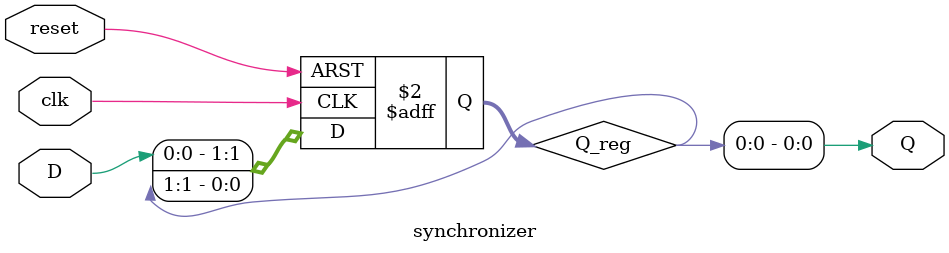
<source format=sv>
`timescale 1ns / 1ps


module synchronizer
#(parameter STAGES = 2)//number of FFs
    (
        input clk, reset,
        input D,
        output Q
    );
    
    reg [STAGES - 1: 0] Q_reg;//there is no next state logic
    always @(posedge clk, posedge reset)
    begin
        if(reset)
            Q_reg <= 'b0;
        else
            Q_reg <= {D, Q_reg[STAGES - 1: 1]};//right shift register basically
    end
    
    assign Q = Q_reg[0];//the LSB of the shift register (the one with D shifted in), as such, stage 0 or thee first FF will be the output
endmodule

</source>
